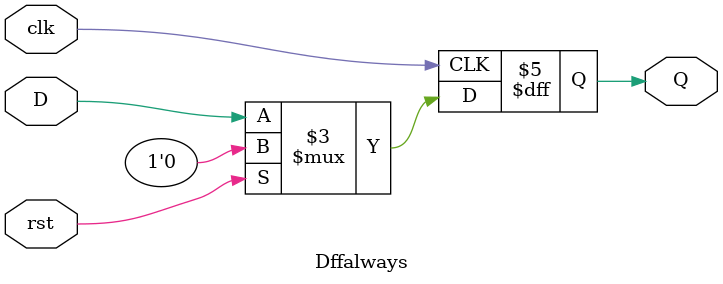
<source format=v>
`timescale 1ns/1ns
module Dffalways(input D,rst,clk,output reg Q);
	always @(posedge clk) begin
		if(rst) #64 Q<=1'b0;
		else #64 Q<=D;
	end
endmodule

</source>
